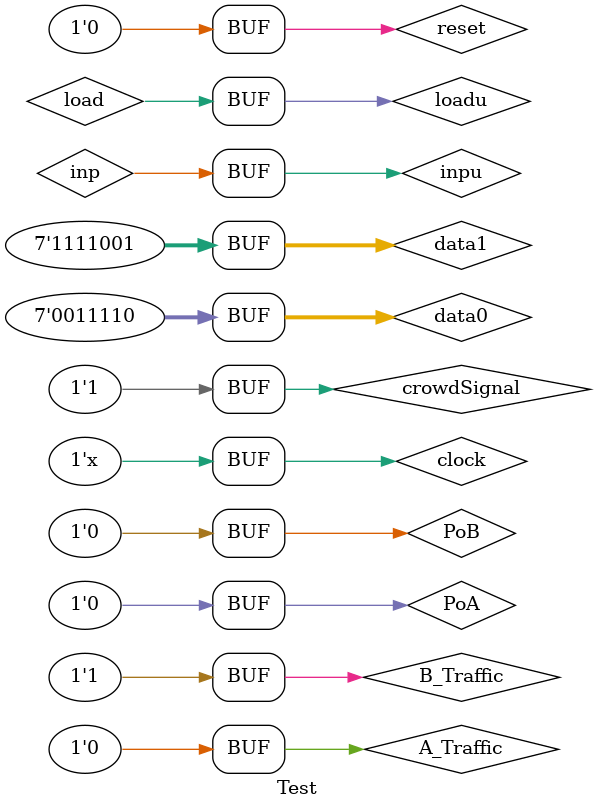
<source format=v>
module AOs(numInp,loadOut,fiveFinished,muxOut,countFiveOut);
    //---------------------------— input
    input[6:0] numInp;
    //---------------------------— outputs
    output loadOut, fiveFinished, muxOut, countFiveOut;
    //---------------------------— wires
    wire z,h;
    //---------------------------— connections
    assign z = ~numInp[0] & ~numInp[1] & ~numInp[2] & ~numInp[3] & ~numInp[4] & ~numInp[5] & ~numInp[6];
    assign h = ~numInp[0] & ~numInp[1] & ~numInp[2] & numInp[3] & numInp[4] & numInp[5] & numInp[6];
    assign fiveFinished = ~numInp[0] & numInp[1] & numInp[2] & numInp[3] & numInp[4] & numInp[5] & numInp[6];
    or o1(countFiveOut,z,h);
    or o2 (loadOut , countFiveOut , fiveFinished);
    and a1(muxOut , ~fiveFinished , countFiveOut);
endmodule

module BCDConv(Q, A_L,A_H);
    input [6:0] Q;
  
    output  [3:0] A_L;
    output  [3:0] A_H;

    reg [3:0] A_L;
    reg [3:0] A_H;

    integer i;

  
    always @(Q)
        begin
            $display("QQQ%b",Q);
            A_L=4'b0000;
            A_H=4'b0000;
      
            for(i=6;i>=0;i=i-1)
                begin
                
                    if(A_L>=5) A_L =A_L +3;
                    if(A_H>=5) A_H =A_H +3;
      
                    A_H = A_H << 1;
                    A_H[0]= A_L[3];
                    A_L = A_L << 1;
                    A_L[0]= Q[i];

                end
                
                $display("LLL%b",A_L);
        end
endmodule

module DLatch (Q,D,control);
    output Q;
    input D, control;
    reg Q;
    always @ (control or D)  
        if (control == 1) Q = D;  //Same as: if (control)
endmodule

module TLatch (Q,control);
   output Q;
   input control;
   reg Q;
   initial 
      Q = 1;
   always @ (control)  
      if (control) 
        Q = ~Q;
endmodule

// Counter with mux
module myCounter (out,data0,data1,inp,up_down,load,hold,clk);
    //----------Output Ports------------?
    output [6:0] out;
    //------------Input Ports------------? 
    input hold, load;
    input [6:0] data0;
    input [6:0] data1;
    reg [6:0] data;
    input up_down, clk;
    input inp;
    //------------Internal Variables------?
    reg [6:0] out;
    //-------------Code Starts Here-------
    always @(posedge clk)
        begin
            if (load) 
                begin
                    if (inp)  data = data1;
                    else data = data0;
                    
                    out <= data;
                end
    else if (hold) // do nothing
      ;
    else if (up_down)
      out <= out + 1;
    else if (~(up_down))
      out <= out - 1;
  end
 endmodule
 
// Crowd checker module
module Cr(myHold, CrowdSignal, Clk);
    output myHold;
    reg myHold;
  
    input CrowdSignal;
    input Clk;  
  
    reg [3:0] num;
  
    initial
        begin
            myHold = 0;
            num = 4'b0000;
        end
  
  
    always @(posedge Clk)
        if(CrowdSignal == 1)
            begin
                if(num == 4'b1010)  myHold = 1;
                else num = num + 4'b0001;
            end
        else
            begin
                num = 4'b0000;
                myHold = 0;
            end
endmodule


module InterfaceToLight
  (Number, // The number of timer
   UDState, // State of UpDown number
  PoliceA,
  PoliceB,
  BCD_H,
  BCD_L,
  LightA,
  LightB);
  input [6:0]Number;
  input UDState;
  input PoliceA;
  input PoliceB;
  
  output [3:0]BCD_H;
  output [3:0]BCD_L;
  output LightA;
  output LightB;
  
  wire [3:0]BCD_H;
  wire [3:0]BCD_L;
  reg LightA;
  reg LightB;
  
  reg [6:0]CorrectNum;
  
  BCDConv conv(CorrectNum, BCD_L, BCD_H);
  
  always @(Number or UDState or PoliceA or PoliceB)
    begin
      if(PoliceA == 1)
        begin
          CorrectNum = 7'b0000000;
          LightA = 1;
          LightB = 0;
        end
      
      else if(PoliceB == 1)
        begin
          CorrectNum = 7'b0000000;
          LightA = 0;
          LightB = 1;
        end
        
      else
        begin
          if(Number > 120)
            begin
              CorrectNum = 7'b0000000;
              LightA = 0;
              LightB = 0;
            end
          else
            begin
              if(Number == 30)
                begin
                  if(UDState == 1)
                    begin
                      CorrectNum = 7'b0000000;
                      LightA = 1;
                      LightB = 0;
                    end
                  else
                    begin
                      CorrectNum = 7'b00011110;
                      LightA = 0;
                      LightB = 1;
                    end
                end
              else if(Number > 30)
                begin
                  CorrectNum = 120 - Number;
                  LightA = 1;
                  LightB = 0;
                end
              else    // Number < 30
                begin
                  CorrectNum = Number;
                  LightA = 0;
                  LightB = 1;
                end
            end
        end
    end
endmodule

module Test;
  wire hold;
  reg [6:0] data0;
  reg [6:0] data1;
  reg clock;
  wire load, inp;
  wire fiveFinished;
  wire countFive;
  wire [6:0] out;
  wire qd, qt;
  wire cd;
  wire CFive;
  wire updown;
  wire crowdSignal;
  reg reset;
  wire LightA,LightB;
  reg PoA,PoB,A_Traffic,B_Traffic;
  wire [3:0]NumH;
  wire [3:0]NumL;
  assign updown = qt | qd;
  initial begin
      //crowdSignal = 0;
      //PoA = 0;
      //PoB = 0;
      data0 = 7'd30;
      data1 = 7'd121;
      reset = 1;
      clock = 1;
	  PoA=0;	
	  PoB=0;	
	  A_Traffic=0;	
	  B_Traffic=0;	// A_Time_H -> 9	A_Time_L -> 0	B_Time_H -> 9	B_Time_L -> 5	A_Light -> 1	B_Light -> 0
	  
      #(200)
      reset = 0;
      
		//Test Case For Project1///////////////////////////////////////////////////////////////////////////////////////////////////////////////////

		#500		reset=1;	PoA=0;	PoB=0;	A_Traffic=0;	B_Traffic=0;	// A_Time_H -> 9	A_Time_L -> 0	B_Time_H -> 9	B_Time_L -> 5	A_Light -> 1	B_Light -> 0


		#500		reset=0;
		// Releasing Reset Timers Should Start Counting Down


		#15000	PoB=1;
		#100		PoB=0;

		// During this period:  A_Light = 0 B_Light=1 A_Time=FF B_Time=FF

		#15000	reset=1;	PoA=0;	PoB=0;

		// Resetting 

		#500		reset=0;	PoA=0;	PoB=0;

		// Counting down

		#10000	reset=0;	PoA=1;	PoB=0;
		#100		PoA=0;




		////////////////////////////////////////////////////////////////END OF BASIC FEATURES 


		////////////////////////////////////////////////////////////////START OF TESTING FEATURES_2

		#500 reset=1;		PoA=0;	PoB=0; 	A_Traffic = 0;	B_Traffic = 0;

		// Resetting

		#500 reset=0;

		// Counting Down

		#500   A_Traffic = 1;



		#1500  A_Traffic = 0;



		#100   A_Traffic = 1;// Timer Starts Again
		#2000  A_Traffic = 0;
		#10000 B_Traffic = 1;

		#1500  B_Traffic = 0;
		#100   B_Traffic = 1;// Timer Starts Again
//////////////////////////////////////////////////////////////////////////////////////////////
    end
	or o10(crowdSignal, A_Traffic, B_Traffic);
    Cr cr(hold, crowdSignal,clock);
    AOs ao(out, load, fiveFinished, inp, countFive);
    assign inpu = inp & ~reset;
    assign loadu = load | reset;
    myCounter c(out,data0,data1,inpu,updown,loadu,hold,clock);
    or #7 o1(CFive, countFive,countFive);
    or o2(cd, fiveFinished,countFive);
    DLatch dl(qd, CFive, cd);
    TLatch tl(qt, fiveFinished);
    InterfaceToLight i(out, updown, PoA, PoB, NumH, NumL,LightA,LightB);
  always
    begin
      #100
       clock = ~clock;
    end
endmodule
</source>
